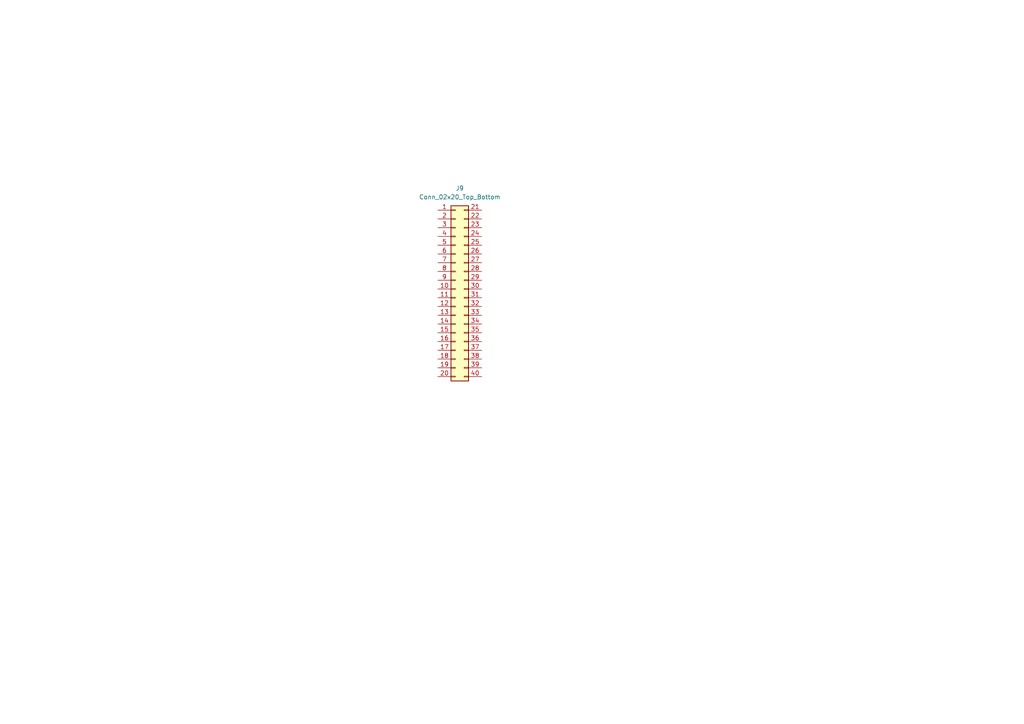
<source format=kicad_sch>
(kicad_sch (version 20231120) (generator "eeschema") (generator_version "8.0")
  (paper "A4")
  (lib_symbols
    (symbol "Connector_Generic:Conn_02x20_Top_Bottom" (pin_names (offset 1.016) hide)
      (property "Reference" "J" (at 1.27 25.4 0))
      (property "Value" "Conn_02x20_Top_Bottom" (at 1.27 -27.94 0))
      (symbol "Conn_02x20_Top_Bottom_1_1"
        (rectangle (start -1.27 -25.273) (end 0 -25.527) (stroke (width 0.1524)))
        (rectangle (start -1.27 -22.733) (end 0 -22.987) (stroke (width 0.1524)))
        (rectangle (start -1.27 -20.193) (end 0 -20.447) (stroke (width 0.1524)))
        (rectangle (start -1.27 -17.653) (end 0 -17.907) (stroke (width 0.1524)))
        (rectangle (start -1.27 -15.113) (end 0 -15.367) (stroke (width 0.1524)))
        (rectangle (start -1.27 -12.573) (end 0 -12.827) (stroke (width 0.1524)))
        (rectangle (start -1.27 -10.033) (end 0 -10.287) (stroke (width 0.1524)))
        (rectangle (start -1.27 -7.493) (end 0 -7.747) (stroke (width 0.1524)))
        (rectangle (start -1.27 -4.953) (end 0 -5.207) (stroke (width 0.1524)))
        (rectangle (start -1.27 -2.413) (end 0 -2.667) (stroke (width 0.1524)))
        (rectangle (start -1.27 0.127) (end 0 -0.127) (stroke (width 0.1524)))
        (rectangle (start -1.27 2.667) (end 0 2.413) (stroke (width 0.1524)))
        (rectangle (start -1.27 5.207) (end 0 4.953) (stroke (width 0.1524)))
        (rectangle (start -1.27 7.747) (end 0 7.493) (stroke (width 0.1524)))
        (rectangle (start -1.27 10.287) (end 0 10.033) (stroke (width 0.1524)))
        (rectangle (start -1.27 12.827) (end 0 12.573) (stroke (width 0.1524)))
        (rectangle (start -1.27 15.367) (end 0 15.113) (stroke (width 0.1524)))
        (rectangle (start -1.27 17.907) (end 0 17.653) (stroke (width 0.1524)))
        (rectangle (start -1.27 20.447) (end 0 20.193) (stroke (width 0.1524)))
        (rectangle (start -1.27 22.987) (end 0 22.733) (stroke (width 0.1524)))
        (rectangle (start -1.27 24.13) (end 3.81 -26.67) (stroke (width 0.254)) (fill (type background)))
        (rectangle (start 3.81 -25.273) (end 2.54 -25.527) (stroke (width 0.1524)))
        (rectangle (start 3.81 -22.733) (end 2.54 -22.987) (stroke (width 0.1524)))
        (rectangle (start 3.81 -20.193) (end 2.54 -20.447) (stroke (width 0.1524)))
        (rectangle (start 3.81 -17.653) (end 2.54 -17.907) (stroke (width 0.1524)))
        (rectangle (start 3.81 -15.113) (end 2.54 -15.367) (stroke (width 0.1524)))
        (rectangle (start 3.81 -12.573) (end 2.54 -12.827) (stroke (width 0.1524)))
        (rectangle (start 3.81 -10.033) (end 2.54 -10.287) (stroke (width 0.1524)))
        (rectangle (start 3.81 -7.493) (end 2.54 -7.747) (stroke (width 0.1524)))
        (rectangle (start 3.81 -4.953) (end 2.54 -5.207) (stroke (width 0.1524)))
        (rectangle (start 3.81 -2.413) (end 2.54 -2.667) (stroke (width 0.1524)))
        (rectangle (start 3.81 0.127) (end 2.54 -0.127) (stroke (width 0.1524)))
        (rectangle (start 3.81 2.667) (end 2.54 2.413) (stroke (width 0.1524)))
        (rectangle (start 3.81 5.207) (end 2.54 4.953) (stroke (width 0.1524)))
        (rectangle (start 3.81 7.747) (end 2.54 7.493) (stroke (width 0.1524)))
        (rectangle (start 3.81 10.287) (end 2.54 10.033) (stroke (width 0.1524)))
        (rectangle (start 3.81 12.827) (end 2.54 12.573) (stroke (width 0.1524)))
        (rectangle (start 3.81 15.367) (end 2.54 15.113) (stroke (width 0.1524)))
        (rectangle (start 3.81 17.907) (end 2.54 17.653) (stroke (width 0.1524)))
        (rectangle (start 3.81 20.447) (end 2.54 20.193) (stroke (width 0.1524)))
        (rectangle (start 3.81 22.987) (end 2.54 22.733) (stroke (width 0.1524)))
        (pin passive line (at -5.08 22.86 0) (length 3.81) (name "Pin_1") (number "1"))
        (pin passive line (at -5.08 0 0) (length 3.81) (name "Pin_10") (number "10"))
        (pin passive line (at -5.08 -2.54 0) (length 3.81) (name "Pin_11") (number "11"))
        (pin passive line (at -5.08 -5.08 0) (length 3.81) (name "Pin_12") (number "12"))
        (pin passive line (at -5.08 -7.62 0) (length 3.81) (name "Pin_13") (number "13"))
        (pin passive line (at -5.08 -10.16 0) (length 3.81) (name "Pin_14") (number "14"))
        (pin passive line (at -5.08 -12.7 0) (length 3.81) (name "Pin_15") (number "15"))
        (pin passive line (at -5.08 -15.24 0) (length 3.81) (name "Pin_16") (number "16"))
        (pin passive line (at -5.08 -17.78 0) (length 3.81) (name "Pin_17") (number "17"))
        (pin passive line (at -5.08 -20.32 0) (length 3.81) (name "Pin_18") (number "18"))
        (pin passive line (at -5.08 -22.86 0) (length 3.81) (name "Pin_19") (number "19"))
        (pin passive line (at -5.08 20.32 0) (length 3.81) (name "Pin_2") (number "2"))
        (pin passive line (at -5.08 -25.4 0) (length 3.81) (name "Pin_20") (number "20"))
        (pin passive line (at 7.62 22.86 180) (length 3.81) (name "Pin_21") (number "21"))
        (pin passive line (at 7.62 20.32 180) (length 3.81) (name "Pin_22") (number "22"))
        (pin passive line (at 7.62 17.78 180) (length 3.81) (name "Pin_23") (number "23"))
        (pin passive line (at 7.62 15.24 180) (length 3.81) (name "Pin_24") (number "24"))
        (pin passive line (at 7.62 12.7 180) (length 3.81) (name "Pin_25") (number "25"))
        (pin passive line (at 7.62 10.16 180) (length 3.81) (name "Pin_26") (number "26"))
        (pin passive line (at 7.62 7.62 180) (length 3.81) (name "Pin_27") (number "27"))
        (pin passive line (at 7.62 5.08 180) (length 3.81) (name "Pin_28") (number "28"))
        (pin passive line (at 7.62 2.54 180) (length 3.81) (name "Pin_29") (number "29"))
        (pin passive line (at -5.08 17.78 0) (length 3.81) (name "Pin_3") (number "3"))
        (pin passive line (at 7.62 0 180) (length 3.81) (name "Pin_30") (number "30"))
        (pin passive line (at 7.62 -2.54 180) (length 3.81) (name "Pin_31") (number "31"))
        (pin passive line (at 7.62 -5.08 180) (length 3.81) (name "Pin_32") (number "32"))
        (pin passive line (at 7.62 -7.62 180) (length 3.81) (name "Pin_33") (number "33"))
        (pin passive line (at 7.62 -10.16 180) (length 3.81) (name "Pin_34") (number "34"))
        (pin passive line (at 7.62 -12.7 180) (length 3.81) (name "Pin_35") (number "35"))
        (pin passive line (at 7.62 -15.24 180) (length 3.81) (name "Pin_36") (number "36"))
        (pin passive line (at 7.62 -17.78 180) (length 3.81) (name "Pin_37") (number "37"))
        (pin passive line (at 7.62 -20.32 180) (length 3.81) (name "Pin_38") (number "38"))
        (pin passive line (at 7.62 -22.86 180) (length 3.81) (name "Pin_39") (number "39"))
        (pin passive line (at -5.08 15.24 0) (length 3.81) (name "Pin_4") (number "4"))
        (pin passive line (at 7.62 -25.4 180) (length 3.81) (name "Pin_40") (number "40"))
        (pin passive line (at -5.08 12.7 0) (length 3.81) (name "Pin_5") (number "5"))
        (pin passive line (at -5.08 10.16 0) (length 3.81) (name "Pin_6") (number "6"))
        (pin passive line (at -5.08 7.62 0) (length 3.81) (name "Pin_7") (number "7"))
        (pin passive line (at -5.08 5.08 0) (length 3.81) (name "Pin_8") (number "8"))
        (pin passive line (at -5.08 2.54 0) (length 3.81) (name "Pin_9") (number "9"))
      )
    )
  )
  (symbol (lib_id "Connector_Generic:Conn_02x20_Top_Bottom") (at 132.08 83.82 0) (unit 1)
    (property "Reference" "J9" (at 133.35 54.61 0))
    (property "Value" "Conn_02x20_Top_Bottom" (at 133.35 57.15 0))
    (property "Footprint" "Connector_PinHeader_2.54mm:PinHeader_2x20_P2.54mm_Vertical" (effects (hide yes)))
    (property "Description" "Generic connector, double row, 02x20, top/bottom pin numbering scheme (row 1: 1...pins_per_row, row2: pins_per_row+1 ... num_pins), script generated (kicad-library-utils/schlib/autogen/connector/)" (effects (hide yes)))
  )
)
</source>
